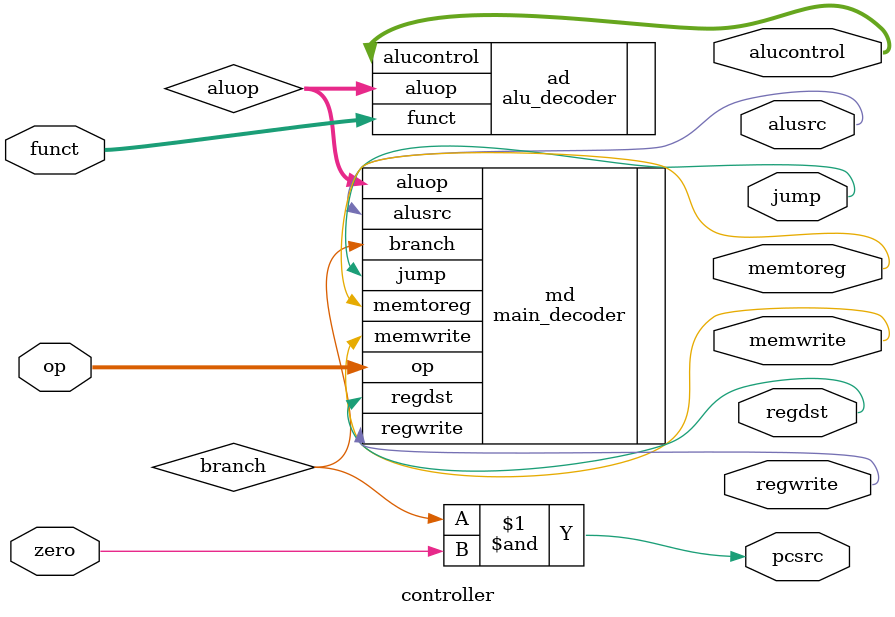
<source format=v>
`timescale 1ns / 1ps


module controller(
    input wire [5:0] op, funct,
    input wire zero,
    output memtoreg, memwrite,
    output pcsrc, alusrc,
    output wire regdst, regwrite,
    output jump,
    output [2:0] alucontrol
);
    // 连接至相应端口
    wire [1:0] aluop;
    wire branch;

    // 主解码器
    main_decoder md(
        .op(op),
        .memtoreg(memtoreg),
        .memwrite(memwrite),
        .branch(branch),
        .alusrc(alusrc),
        .regdst(regdst),
        .regwrite(regwrite),
        .jump(jump),
        .aluop(aluop)
    );

    // ALU 解码器
    alu_decoder ad(
        .funct(funct),
        .aluop(aluop),
        .alucontrol(alucontrol)
    );

    assign pcsrc = branch & zero;

endmodule
</source>
